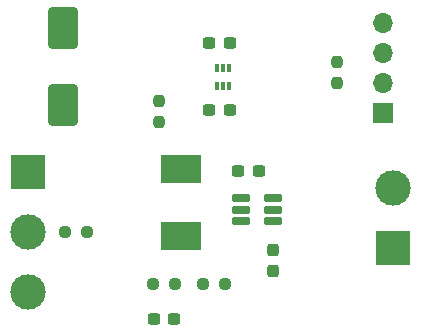
<source format=gbs>
G04 #@! TF.GenerationSoftware,KiCad,Pcbnew,8.0.1*
G04 #@! TF.CreationDate,2024-03-27T22:14:35+01:00*
G04 #@! TF.ProjectId,kurumi,6b757275-6d69-42e6-9b69-6361645f7063,rev?*
G04 #@! TF.SameCoordinates,Original*
G04 #@! TF.FileFunction,Soldermask,Bot*
G04 #@! TF.FilePolarity,Negative*
%FSLAX46Y46*%
G04 Gerber Fmt 4.6, Leading zero omitted, Abs format (unit mm)*
G04 Created by KiCad (PCBNEW 8.0.1) date 2024-03-27 22:14:35*
%MOMM*%
%LPD*%
G01*
G04 APERTURE LIST*
G04 Aperture macros list*
%AMRoundRect*
0 Rectangle with rounded corners*
0 $1 Rounding radius*
0 $2 $3 $4 $5 $6 $7 $8 $9 X,Y pos of 4 corners*
0 Add a 4 corners polygon primitive as box body*
4,1,4,$2,$3,$4,$5,$6,$7,$8,$9,$2,$3,0*
0 Add four circle primitives for the rounded corners*
1,1,$1+$1,$2,$3*
1,1,$1+$1,$4,$5*
1,1,$1+$1,$6,$7*
1,1,$1+$1,$8,$9*
0 Add four rect primitives between the rounded corners*
20,1,$1+$1,$2,$3,$4,$5,0*
20,1,$1+$1,$4,$5,$6,$7,0*
20,1,$1+$1,$6,$7,$8,$9,0*
20,1,$1+$1,$8,$9,$2,$3,0*%
G04 Aperture macros list end*
%ADD10R,3.000000X3.000000*%
%ADD11C,3.000000*%
%ADD12R,1.700000X1.700000*%
%ADD13O,1.700000X1.700000*%
%ADD14RoundRect,0.237500X-0.250000X-0.237500X0.250000X-0.237500X0.250000X0.237500X-0.250000X0.237500X0*%
%ADD15RoundRect,0.085000X0.085000X-0.265000X0.085000X0.265000X-0.085000X0.265000X-0.085000X-0.265000X0*%
%ADD16RoundRect,0.162500X0.617500X0.162500X-0.617500X0.162500X-0.617500X-0.162500X0.617500X-0.162500X0*%
%ADD17RoundRect,0.237500X-0.300000X-0.237500X0.300000X-0.237500X0.300000X0.237500X-0.300000X0.237500X0*%
%ADD18R,3.500000X2.350000*%
%ADD19RoundRect,0.237500X-0.237500X0.300000X-0.237500X-0.300000X0.237500X-0.300000X0.237500X0.300000X0*%
%ADD20RoundRect,0.237500X0.300000X0.237500X-0.300000X0.237500X-0.300000X-0.237500X0.300000X-0.237500X0*%
%ADD21RoundRect,0.237500X0.237500X-0.250000X0.237500X0.250000X-0.237500X0.250000X-0.237500X-0.250000X0*%
%ADD22RoundRect,0.250000X1.000000X-1.500000X1.000000X1.500000X-1.000000X1.500000X-1.000000X-1.500000X0*%
G04 APERTURE END LIST*
D10*
X16150000Y-27420000D03*
D11*
X16150000Y-32500000D03*
X16150000Y-37580000D03*
D12*
X46200000Y-22420000D03*
D13*
X46200000Y-19880000D03*
X46200000Y-17340000D03*
X46200000Y-14800000D03*
D10*
X47100000Y-33880000D03*
D11*
X47100000Y-28800000D03*
D14*
X26775000Y-36900000D03*
X28600000Y-36900000D03*
D15*
X33200000Y-20100000D03*
X32700000Y-20100000D03*
X32200000Y-20100000D03*
X32200000Y-18600000D03*
X32700000Y-18600000D03*
X33200000Y-18600000D03*
D14*
X30987500Y-36900000D03*
X32812500Y-36900000D03*
D16*
X36900000Y-29650000D03*
X36900000Y-30600000D03*
X36900000Y-31550000D03*
X34200000Y-31550000D03*
X34200000Y-30600000D03*
X34200000Y-29650000D03*
D14*
X19337500Y-32500000D03*
X21162500Y-32500000D03*
D17*
X31537500Y-16500000D03*
X33262500Y-16500000D03*
D18*
X29100000Y-27150000D03*
X29100000Y-32850000D03*
D19*
X36912500Y-34037500D03*
X36912500Y-35762500D03*
D17*
X26837500Y-39900000D03*
X28562500Y-39900000D03*
D20*
X33262500Y-22200000D03*
X31537500Y-22200000D03*
D21*
X42300000Y-19900000D03*
X42300000Y-18075000D03*
D20*
X35712500Y-27300000D03*
X33987500Y-27300000D03*
D22*
X19100000Y-21750000D03*
X19100000Y-15250000D03*
D21*
X27300000Y-23212500D03*
X27300000Y-21387500D03*
M02*

</source>
